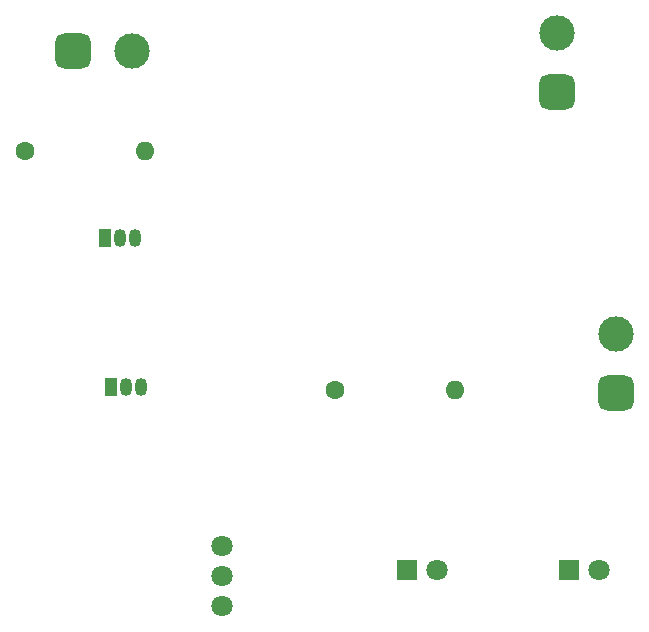
<source format=gbr>
%TF.GenerationSoftware,KiCad,Pcbnew,8.0.8*%
%TF.CreationDate,2025-04-07T00:16:06+05:30*%
%TF.ProjectId,CA-3_PCB,43412d33-5f50-4434-922e-6b696361645f,rev?*%
%TF.SameCoordinates,Original*%
%TF.FileFunction,Soldermask,Top*%
%TF.FilePolarity,Negative*%
%FSLAX46Y46*%
G04 Gerber Fmt 4.6, Leading zero omitted, Abs format (unit mm)*
G04 Created by KiCad (PCBNEW 8.0.8) date 2025-04-07 00:16:06*
%MOMM*%
%LPD*%
G01*
G04 APERTURE LIST*
G04 Aperture macros list*
%AMRoundRect*
0 Rectangle with rounded corners*
0 $1 Rounding radius*
0 $2 $3 $4 $5 $6 $7 $8 $9 X,Y pos of 4 corners*
0 Add a 4 corners polygon primitive as box body*
4,1,4,$2,$3,$4,$5,$6,$7,$8,$9,$2,$3,0*
0 Add four circle primitives for the rounded corners*
1,1,$1+$1,$2,$3*
1,1,$1+$1,$4,$5*
1,1,$1+$1,$6,$7*
1,1,$1+$1,$8,$9*
0 Add four rect primitives between the rounded corners*
20,1,$1+$1,$2,$3,$4,$5,0*
20,1,$1+$1,$4,$5,$6,$7,0*
20,1,$1+$1,$6,$7,$8,$9,0*
20,1,$1+$1,$8,$9,$2,$3,0*%
G04 Aperture macros list end*
%ADD10C,1.600000*%
%ADD11O,1.600000X1.600000*%
%ADD12R,1.800000X1.800000*%
%ADD13C,1.800000*%
%ADD14RoundRect,0.750000X-0.750000X-0.750000X0.750000X-0.750000X0.750000X0.750000X-0.750000X0.750000X0*%
%ADD15C,3.000000*%
%ADD16RoundRect,0.750000X0.750000X-0.750000X0.750000X0.750000X-0.750000X0.750000X-0.750000X-0.750000X0*%
%ADD17R,1.050000X1.500000*%
%ADD18O,1.050000X1.500000*%
G04 APERTURE END LIST*
D10*
%TO.C,R2*%
X93920000Y-53000000D03*
D11*
X104080000Y-53000000D03*
%TD*%
D12*
%TO.C,D2*%
X126230000Y-88500000D03*
D13*
X128770000Y-88500000D03*
%TD*%
D14*
%TO.C,J1*%
X98000000Y-44500000D03*
D15*
X103000000Y-44500000D03*
%TD*%
D12*
%TO.C,D1*%
X139960000Y-88500000D03*
D13*
X142500000Y-88500000D03*
%TD*%
D16*
%TO.C,J4*%
X144000000Y-73500000D03*
D15*
X144000000Y-68500000D03*
%TD*%
D10*
%TO.C,R3*%
X120200000Y-73280000D03*
D11*
X130360000Y-73280000D03*
%TD*%
D17*
%TO.C,Q1*%
X100730000Y-60360000D03*
D18*
X102000000Y-60360000D03*
X103270000Y-60360000D03*
%TD*%
D17*
%TO.C,Q2*%
X101230000Y-73000000D03*
D18*
X102500000Y-73000000D03*
X103770000Y-73000000D03*
%TD*%
D16*
%TO.C,J2*%
X139000000Y-48000000D03*
D15*
X139000000Y-43000000D03*
%TD*%
D13*
%TO.C,RV1*%
X110575000Y-86475000D03*
X110575000Y-89015000D03*
X110575000Y-91555000D03*
%TD*%
M02*

</source>
